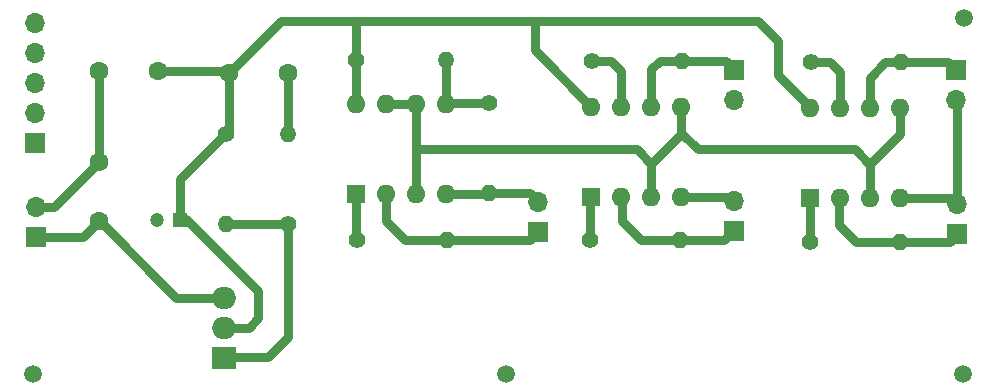
<source format=gbr>
%TF.GenerationSoftware,KiCad,Pcbnew,(5.1.10-1-10_14)*%
%TF.CreationDate,2021-10-07T13:31:27+02:00*%
%TF.ProjectId,Venato,56656e61-746f-42e6-9b69-6361645f7063,rev?*%
%TF.SameCoordinates,Original*%
%TF.FileFunction,Copper,L2,Bot*%
%TF.FilePolarity,Positive*%
%FSLAX46Y46*%
G04 Gerber Fmt 4.6, Leading zero omitted, Abs format (unit mm)*
G04 Created by KiCad (PCBNEW (5.1.10-1-10_14)) date 2021-10-07 13:31:27*
%MOMM*%
%LPD*%
G01*
G04 APERTURE LIST*
%TA.AperFunction,ComponentPad*%
%ADD10O,1.600000X1.600000*%
%TD*%
%TA.AperFunction,ComponentPad*%
%ADD11R,1.600000X1.600000*%
%TD*%
%TA.AperFunction,ComponentPad*%
%ADD12O,2.000000X1.905000*%
%TD*%
%TA.AperFunction,ComponentPad*%
%ADD13R,2.000000X1.905000*%
%TD*%
%TA.AperFunction,ComponentPad*%
%ADD14O,1.400000X1.400000*%
%TD*%
%TA.AperFunction,ComponentPad*%
%ADD15C,1.400000*%
%TD*%
%TA.AperFunction,ComponentPad*%
%ADD16O,1.700000X1.700000*%
%TD*%
%TA.AperFunction,ComponentPad*%
%ADD17R,1.700000X1.700000*%
%TD*%
%TA.AperFunction,ComponentPad*%
%ADD18C,1.600000*%
%TD*%
%TA.AperFunction,ComponentPad*%
%ADD19C,1.200000*%
%TD*%
%TA.AperFunction,ComponentPad*%
%ADD20R,1.200000X1.200000*%
%TD*%
%TA.AperFunction,ViaPad*%
%ADD21C,1.500000*%
%TD*%
%TA.AperFunction,Conductor*%
%ADD22C,0.800000*%
%TD*%
G04 APERTURE END LIST*
D10*
%TO.P,U4,8*%
%TO.N,+3.3VA*%
X81500000Y-22980000D03*
%TO.P,U4,4*%
%TO.N,GND*%
X89120000Y-30600000D03*
%TO.P,U4,7*%
%TO.N,SENSE3*%
X84040000Y-22980000D03*
%TO.P,U4,3*%
%TO.N,VGND*%
X86580000Y-30600000D03*
%TO.P,U4,6*%
%TO.N,Net-(J5-Pad1)*%
X86580000Y-22980000D03*
%TO.P,U4,2*%
%TO.N,Net-(J3-Pad1)*%
X84040000Y-30600000D03*
%TO.P,U4,5*%
%TO.N,VGND*%
X89120000Y-22980000D03*
D11*
%TO.P,U4,1*%
%TO.N,SENSE4*%
X81500000Y-30600000D03*
%TD*%
D10*
%TO.P,U3,8*%
%TO.N,+3.3VA*%
X43100000Y-22680000D03*
%TO.P,U3,4*%
%TO.N,GND*%
X50720000Y-30300000D03*
%TO.P,U3,7*%
%TO.N,VGND*%
X45640000Y-22680000D03*
%TO.P,U3,3*%
X48180000Y-30300000D03*
%TO.P,U3,6*%
X48180000Y-22680000D03*
%TO.P,U3,2*%
%TO.N,Net-(J2-Pad1)*%
X45640000Y-30300000D03*
%TO.P,U3,5*%
%TO.N,Net-(R6-Pad2)*%
X50720000Y-22680000D03*
D11*
%TO.P,U3,1*%
%TO.N,SENSE2*%
X43100000Y-30300000D03*
%TD*%
D10*
%TO.P,U2,8*%
%TO.N,+3.3VA*%
X63000000Y-22880000D03*
%TO.P,U2,4*%
%TO.N,GND*%
X70620000Y-30500000D03*
%TO.P,U2,7*%
%TO.N,SENSE5*%
X65540000Y-22880000D03*
%TO.P,U2,3*%
%TO.N,VGND*%
X68080000Y-30500000D03*
%TO.P,U2,6*%
%TO.N,Net-(J4-Pad1)*%
X68080000Y-22880000D03*
%TO.P,U2,2*%
%TO.N,Net-(J1-Pad1)*%
X65540000Y-30500000D03*
%TO.P,U2,5*%
%TO.N,VGND*%
X70620000Y-22880000D03*
D11*
%TO.P,U2,1*%
%TO.N,SENSE1*%
X63000000Y-30500000D03*
%TD*%
D12*
%TO.P,U1,3*%
%TO.N,+5V*%
X31900000Y-39060000D03*
%TO.P,U1,2*%
%TO.N,+3.3VA*%
X31900000Y-41600000D03*
D13*
%TO.P,U1,1*%
%TO.N,Net-(R4-Pad2)*%
X31900000Y-44140000D03*
%TD*%
D14*
%TO.P,R9,2*%
%TO.N,Net-(J5-Pad1)*%
X89220000Y-19100000D03*
D15*
%TO.P,R9,1*%
%TO.N,SENSE3*%
X81600000Y-19100000D03*
%TD*%
D14*
%TO.P,R8,2*%
%TO.N,Net-(J4-Pad1)*%
X70720000Y-19000000D03*
D15*
%TO.P,R8,1*%
%TO.N,SENSE5*%
X63100000Y-19000000D03*
%TD*%
D14*
%TO.P,R7,2*%
%TO.N,GND*%
X54300000Y-30220000D03*
D15*
%TO.P,R7,1*%
%TO.N,Net-(R6-Pad2)*%
X54300000Y-22600000D03*
%TD*%
D14*
%TO.P,R6,2*%
%TO.N,Net-(R6-Pad2)*%
X50720000Y-18900000D03*
D15*
%TO.P,R6,1*%
%TO.N,+3.3VA*%
X43100000Y-18900000D03*
%TD*%
D14*
%TO.P,R5,2*%
%TO.N,GND*%
X37300000Y-25180000D03*
D15*
%TO.P,R5,1*%
%TO.N,Net-(R4-Pad2)*%
X37300000Y-32800000D03*
%TD*%
D14*
%TO.P,R4,2*%
%TO.N,Net-(R4-Pad2)*%
X32100000Y-32800000D03*
D15*
%TO.P,R4,1*%
%TO.N,+3.3VA*%
X32100000Y-25180000D03*
%TD*%
D14*
%TO.P,R3,2*%
%TO.N,Net-(J3-Pad1)*%
X89120000Y-34300000D03*
D15*
%TO.P,R3,1*%
%TO.N,SENSE4*%
X81500000Y-34300000D03*
%TD*%
D14*
%TO.P,R2,2*%
%TO.N,Net-(J2-Pad1)*%
X50820000Y-34200000D03*
D15*
%TO.P,R2,1*%
%TO.N,SENSE2*%
X43200000Y-34200000D03*
%TD*%
D14*
%TO.P,R1,2*%
%TO.N,Net-(J1-Pad1)*%
X70520000Y-34200000D03*
D15*
%TO.P,R1,1*%
%TO.N,SENSE1*%
X62900000Y-34200000D03*
%TD*%
D16*
%TO.P,J7,5*%
%TO.N,SENSE3*%
X15900000Y-15840000D03*
%TO.P,J7,4*%
%TO.N,SENSE5*%
X15900000Y-18380000D03*
%TO.P,J7,3*%
%TO.N,SENSE4*%
X15900000Y-20920000D03*
%TO.P,J7,2*%
%TO.N,SENSE1*%
X15900000Y-23460000D03*
D17*
%TO.P,J7,1*%
%TO.N,SENSE2*%
X15900000Y-26000000D03*
%TD*%
D16*
%TO.P,J6,2*%
%TO.N,GND*%
X16000000Y-31360000D03*
D17*
%TO.P,J6,1*%
%TO.N,+5V*%
X16000000Y-33900000D03*
%TD*%
D16*
%TO.P,J5,2*%
%TO.N,GND*%
X93900000Y-22340000D03*
D17*
%TO.P,J5,1*%
%TO.N,Net-(J5-Pad1)*%
X93900000Y-19800000D03*
%TD*%
D16*
%TO.P,J4,2*%
%TO.N,GND*%
X75100000Y-22340000D03*
D17*
%TO.P,J4,1*%
%TO.N,Net-(J4-Pad1)*%
X75100000Y-19800000D03*
%TD*%
D16*
%TO.P,J3,2*%
%TO.N,GND*%
X94000000Y-31100000D03*
D17*
%TO.P,J3,1*%
%TO.N,Net-(J3-Pad1)*%
X94000000Y-33640000D03*
%TD*%
D16*
%TO.P,J2,2*%
%TO.N,GND*%
X58500000Y-30960000D03*
D17*
%TO.P,J2,1*%
%TO.N,Net-(J2-Pad1)*%
X58500000Y-33500000D03*
%TD*%
D16*
%TO.P,J1,2*%
%TO.N,GND*%
X75100000Y-30860000D03*
D17*
%TO.P,J1,1*%
%TO.N,Net-(J1-Pad1)*%
X75100000Y-33400000D03*
%TD*%
D18*
%TO.P,C4,2*%
%TO.N,GND*%
X37300000Y-20000000D03*
%TO.P,C4,1*%
%TO.N,+3.3VA*%
X32300000Y-20000000D03*
%TD*%
%TO.P,C3,2*%
%TO.N,GND*%
X21300000Y-19900000D03*
%TO.P,C3,1*%
%TO.N,+3.3VA*%
X26300000Y-19900000D03*
%TD*%
D19*
%TO.P,C2,2*%
%TO.N,GND*%
X26200000Y-32500000D03*
D20*
%TO.P,C2,1*%
%TO.N,+3.3VA*%
X28200000Y-32500000D03*
%TD*%
D18*
%TO.P,C1,2*%
%TO.N,GND*%
X21300000Y-27600000D03*
%TO.P,C1,1*%
%TO.N,+5V*%
X21300000Y-32600000D03*
%TD*%
D21*
%TO.N,*%
X94500000Y-45500000D03*
X94600000Y-15400000D03*
X15700000Y-45500000D03*
X55800000Y-45500000D03*
%TD*%
D22*
%TO.N,GND*%
X50720000Y-30300000D02*
X52700000Y-30300000D01*
X21300000Y-27600000D02*
X21300000Y-19800000D01*
X37300000Y-22400000D02*
X37300000Y-19800000D01*
X37300000Y-25180000D02*
X37300000Y-22400000D01*
X54300000Y-30220000D02*
X57820000Y-30220000D01*
X57820000Y-30220000D02*
X58600000Y-31000000D01*
X74700000Y-30500000D02*
X75100000Y-30900000D01*
X89120000Y-30600000D02*
X93600000Y-30600000D01*
X93600000Y-30600000D02*
X94100000Y-31100000D01*
X94000000Y-22500000D02*
X93800000Y-22300000D01*
X52700000Y-30300000D02*
X54200000Y-30300000D01*
X72800000Y-30500000D02*
X74700000Y-30500000D01*
X70620000Y-30500000D02*
X72800000Y-30500000D01*
X94000000Y-26600000D02*
X94000000Y-22500000D01*
X94000000Y-31100000D02*
X94000000Y-28000000D01*
X94000000Y-28000000D02*
X94000000Y-26600000D01*
X17400000Y-31400000D02*
X16000000Y-31400000D01*
X17500000Y-31400000D02*
X17400000Y-31400000D01*
X21300000Y-27600000D02*
X17500000Y-31400000D01*
%TO.N,+5V*%
X16000000Y-33900000D02*
X20000000Y-33900000D01*
X20000000Y-33900000D02*
X21300000Y-32600000D01*
X31900000Y-39060000D02*
X27860000Y-39060000D01*
X27860000Y-39060000D02*
X21300000Y-32500000D01*
%TO.N,+3.3VA*%
X32300000Y-20000000D02*
X32300000Y-25000000D01*
X32300000Y-25000000D02*
X32100000Y-25200000D01*
X43100000Y-22680000D02*
X43100000Y-18900000D01*
X26300000Y-19900000D02*
X32200000Y-19900000D01*
X32200000Y-19900000D02*
X32300000Y-20000000D01*
X78800000Y-20200000D02*
X81500000Y-22900000D01*
X78800000Y-17300000D02*
X78800000Y-20200000D01*
X77100000Y-15600000D02*
X78800000Y-17300000D01*
X58320000Y-15600000D02*
X77100000Y-15600000D01*
X58200000Y-15600000D02*
X42580000Y-15600000D01*
X36700000Y-15600000D02*
X32300000Y-20000000D01*
X42500000Y-15600000D02*
X36700000Y-15600000D01*
X43100000Y-15700000D02*
X43100000Y-18800000D01*
X58200000Y-18080000D02*
X58200000Y-15600000D01*
X63000000Y-22880000D02*
X58200000Y-18080000D01*
X28700000Y-32400000D02*
X28200000Y-32400000D01*
X34800000Y-40800000D02*
X34800000Y-38500000D01*
X34800000Y-38500000D02*
X28700000Y-32400000D01*
X34000000Y-41600000D02*
X34800000Y-40800000D01*
X31900000Y-41600000D02*
X34000000Y-41600000D01*
X28200000Y-32500000D02*
X28200000Y-29100000D01*
X28200000Y-29100000D02*
X28200000Y-29000000D01*
X28200000Y-29000000D02*
X32100000Y-25100000D01*
%TO.N,Net-(J1-Pad1)*%
X70520000Y-34200000D02*
X67200000Y-34200000D01*
X67200000Y-34200000D02*
X65600000Y-32600000D01*
X65600000Y-32600000D02*
X65600000Y-30400000D01*
X70520000Y-34200000D02*
X74200000Y-34200000D01*
X74200000Y-34200000D02*
X75100000Y-33300000D01*
X75100000Y-33300000D02*
X75200000Y-33300000D01*
%TO.N,Net-(J2-Pad1)*%
X50820000Y-34200000D02*
X47200000Y-34200000D01*
X45600000Y-32600000D02*
X45600000Y-30300000D01*
X47200000Y-34200000D02*
X45600000Y-32600000D01*
X50820000Y-34200000D02*
X57800000Y-34200000D01*
X57800000Y-34200000D02*
X58600000Y-33400000D01*
%TO.N,Net-(J3-Pad1)*%
X89120000Y-34300000D02*
X86400000Y-34300000D01*
X84000000Y-32900000D02*
X84000000Y-30600000D01*
X85400000Y-34300000D02*
X84000000Y-32900000D01*
X86200000Y-34300000D02*
X85400000Y-34300000D01*
X89120000Y-34300000D02*
X93400000Y-34300000D01*
X93400000Y-34300000D02*
X94100000Y-33600000D01*
%TO.N,Net-(J4-Pad1)*%
X68900000Y-19000000D02*
X70700000Y-19000000D01*
X68080000Y-19720000D02*
X68800000Y-19000000D01*
X68080000Y-22880000D02*
X68080000Y-19720000D01*
X70720000Y-19000000D02*
X74400000Y-19000000D01*
X74400000Y-19000000D02*
X75100000Y-19700000D01*
%TO.N,Net-(J5-Pad1)*%
X87900000Y-19100000D02*
X89200000Y-19100000D01*
X86580000Y-20420000D02*
X87900000Y-19100000D01*
X86580000Y-22980000D02*
X86580000Y-20420000D01*
X89220000Y-19100000D02*
X93200000Y-19100000D01*
X93200000Y-19100000D02*
X93900000Y-19800000D01*
%TO.N,SENSE5*%
X64600000Y-19000000D02*
X63100000Y-19000000D01*
X65540000Y-19840000D02*
X64700000Y-19000000D01*
X65540000Y-22880000D02*
X65540000Y-19840000D01*
%TO.N,SENSE4*%
X81500000Y-34300000D02*
X81500000Y-30600000D01*
%TO.N,SENSE3*%
X83200000Y-19100000D02*
X81600000Y-19100000D01*
X83200000Y-19100000D02*
X83100000Y-19100000D01*
X84040000Y-19940000D02*
X83200000Y-19100000D01*
X84040000Y-22980000D02*
X84040000Y-19940000D01*
%TO.N,SENSE2*%
X43100000Y-34100000D02*
X43100000Y-30300000D01*
X43200000Y-34200000D02*
X43100000Y-34100000D01*
%TO.N,SENSE1*%
X62900000Y-34200000D02*
X62900000Y-30600000D01*
X62900000Y-30600000D02*
X63000000Y-30500000D01*
%TO.N,Net-(R4-Pad2)*%
X32100000Y-32800000D02*
X37300000Y-32800000D01*
X37300000Y-32800000D02*
X37300000Y-42400000D01*
X37300000Y-42400000D02*
X35600000Y-44100000D01*
X35600000Y-44100000D02*
X31900000Y-44100000D01*
%TO.N,Net-(R6-Pad2)*%
X54300000Y-22600000D02*
X50800000Y-22600000D01*
X50800000Y-22600000D02*
X50700000Y-22700000D01*
X50720000Y-22680000D02*
X50720000Y-18900000D01*
%TO.N,VGND*%
X86580000Y-30600000D02*
X86580000Y-27820000D01*
X45640000Y-22680000D02*
X48180000Y-22680000D01*
X48180000Y-22680000D02*
X48200000Y-22700000D01*
X48180000Y-22720000D02*
X48200000Y-22700000D01*
X70600000Y-25200000D02*
X70600000Y-22900000D01*
X68080000Y-30500000D02*
X68080000Y-27720000D01*
X68080000Y-27720000D02*
X70600000Y-25200000D01*
X70600000Y-25100000D02*
X72000000Y-26500000D01*
X89100000Y-25200000D02*
X89100000Y-22900000D01*
X86500000Y-27800000D02*
X89100000Y-25200000D01*
X66840000Y-26480000D02*
X68080000Y-27720000D01*
X48180000Y-26480000D02*
X66840000Y-26480000D01*
X48180000Y-30300000D02*
X48180000Y-26480000D01*
X48180000Y-26480000D02*
X48180000Y-22720000D01*
X85300000Y-26500000D02*
X86600000Y-27800000D01*
X72100000Y-26500000D02*
X85300000Y-26500000D01*
%TD*%
M02*

</source>
